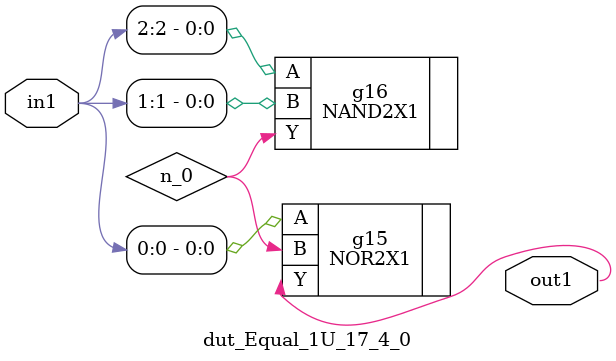
<source format=v>
`timescale 1ps / 1ps


module dut_Equal_1U_17_4_0(in1, out1);
  input [2:0] in1;
  output out1;
  wire [2:0] in1;
  wire out1;
  wire n_0;
  NOR2X1 g15(.A (in1[0]), .B (n_0), .Y (out1));
  NAND2X1 g16(.A (in1[2]), .B (in1[1]), .Y (n_0));
endmodule



</source>
